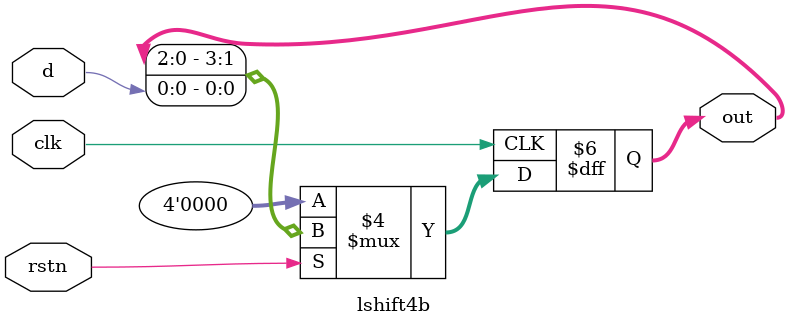
<source format=v>
module lshift4b(input d,
                       input clk,
                       input rstn,
                       output reg [3:0] out);
  always @ (posedge clk)
  begin
    if (!rstn)
    begin
      out <= 0;
    end
    else
    begin
      out <= {out[2:0], d};
    end
  end
endmodule

</source>
